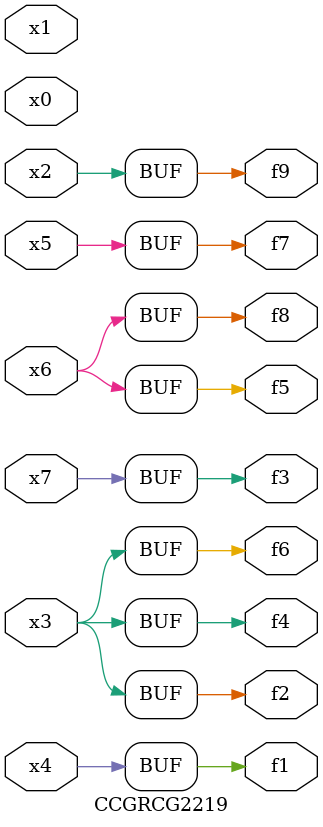
<source format=v>
module CCGRCG2219(
	input x0, x1, x2, x3, x4, x5, x6, x7,
	output f1, f2, f3, f4, f5, f6, f7, f8, f9
);
	assign f1 = x4;
	assign f2 = x3;
	assign f3 = x7;
	assign f4 = x3;
	assign f5 = x6;
	assign f6 = x3;
	assign f7 = x5;
	assign f8 = x6;
	assign f9 = x2;
endmodule

</source>
